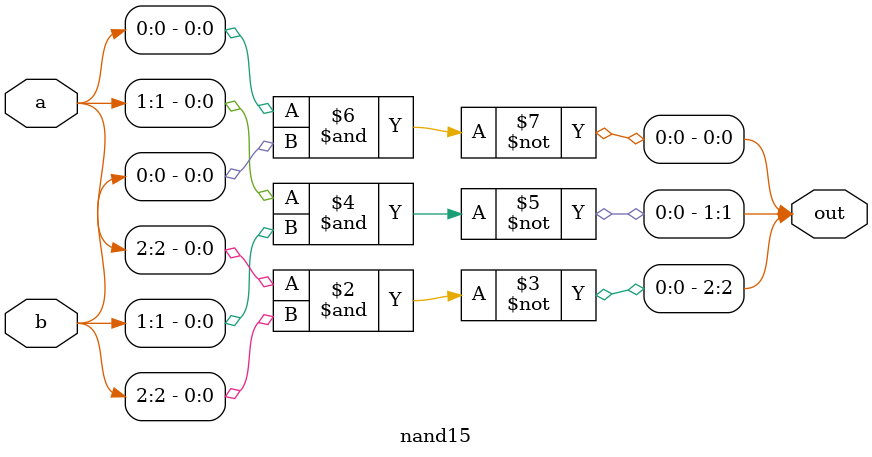
<source format=v>
module nand15 (
    input wire [2:0] a,
    input wire [2:0] b,
    output reg [2:0] out
);

always @(*) begin
    out[2] = ~(a[2] & b[2]);
    out[1] = ~(a[1] & b[1]);
    out[0] = ~(a[0] & b[0]);

end


endmodule
</source>
